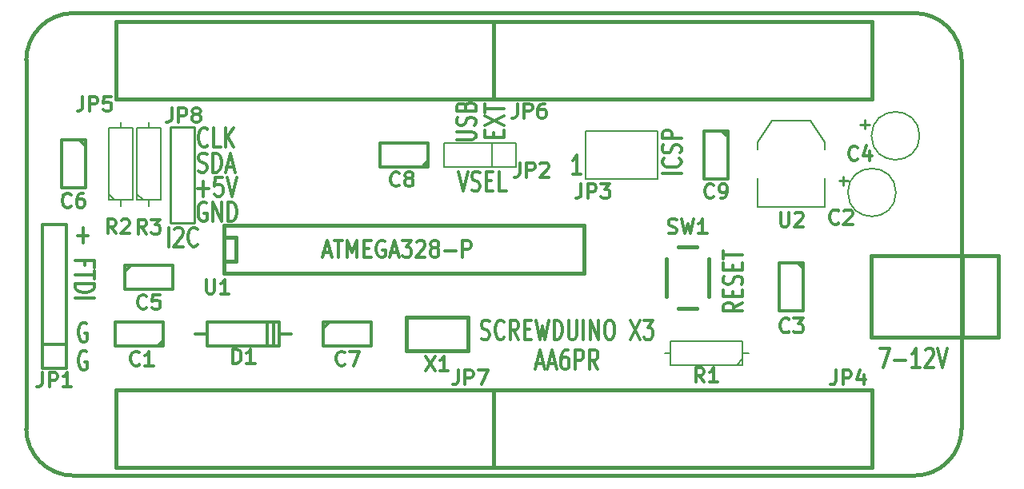
<source format=gto>
G04 (created by PCBNEW (2013-02-27 BZR 3976)-stable) date 15/04/2013 12:50:54*
%MOIN*%
G04 Gerber Fmt 3.4, Leading zero omitted, Abs format*
%FSLAX34Y34*%
G01*
G70*
G90*
G04 APERTURE LIST*
%ADD10C,3.14961e-006*%
%ADD11C,0.012*%
%ADD12C,0.015*%
%ADD13C,0.005*%
%ADD14C,0.008*%
%ADD15C,0.01*%
%ADD16C,0.006*%
%ADD17C,0.0125*%
G04 APERTURE END LIST*
G54D10*
G54D11*
X36895Y-41764D02*
X36895Y-41564D01*
X36476Y-41564D02*
X37276Y-41564D01*
X37276Y-41850D01*
X37276Y-41992D02*
X37276Y-42335D01*
X36476Y-42164D02*
X37276Y-42164D01*
X36476Y-42535D02*
X37276Y-42535D01*
X37276Y-42678D01*
X37238Y-42764D01*
X37161Y-42821D01*
X37085Y-42850D01*
X36933Y-42878D01*
X36819Y-42878D01*
X36666Y-42850D01*
X36590Y-42821D01*
X36514Y-42764D01*
X36476Y-42678D01*
X36476Y-42535D01*
X36476Y-43135D02*
X37276Y-43135D01*
X69999Y-45223D02*
X70399Y-45223D01*
X70142Y-46023D01*
X70628Y-45719D02*
X71085Y-45719D01*
X71685Y-46023D02*
X71342Y-46023D01*
X71514Y-46023D02*
X71514Y-45223D01*
X71457Y-45338D01*
X71400Y-45414D01*
X71342Y-45452D01*
X71914Y-45300D02*
X71942Y-45261D01*
X72000Y-45223D01*
X72142Y-45223D01*
X72200Y-45261D01*
X72228Y-45300D01*
X72257Y-45376D01*
X72257Y-45452D01*
X72228Y-45566D01*
X71885Y-46023D01*
X72257Y-46023D01*
X72428Y-45223D02*
X72628Y-46023D01*
X72828Y-45223D01*
X40364Y-40973D02*
X40364Y-40173D01*
X40621Y-40250D02*
X40650Y-40211D01*
X40707Y-40173D01*
X40850Y-40173D01*
X40907Y-40211D01*
X40935Y-40250D01*
X40964Y-40326D01*
X40964Y-40402D01*
X40935Y-40516D01*
X40592Y-40973D01*
X40964Y-40973D01*
X41564Y-40897D02*
X41535Y-40935D01*
X41450Y-40973D01*
X41392Y-40973D01*
X41307Y-40935D01*
X41250Y-40859D01*
X41221Y-40783D01*
X41192Y-40630D01*
X41192Y-40516D01*
X41221Y-40364D01*
X41250Y-40288D01*
X41307Y-40211D01*
X41392Y-40173D01*
X41450Y-40173D01*
X41535Y-40211D01*
X41564Y-40250D01*
X57543Y-37957D02*
X57200Y-37957D01*
X57371Y-37957D02*
X57371Y-37157D01*
X57314Y-37271D01*
X57257Y-37348D01*
X57200Y-37386D01*
X53929Y-36406D02*
X53929Y-36206D01*
X54349Y-36120D02*
X54349Y-36406D01*
X53549Y-36406D01*
X53549Y-36120D01*
X53549Y-35920D02*
X54349Y-35520D01*
X53549Y-35520D02*
X54349Y-35920D01*
X53549Y-35378D02*
X53549Y-35035D01*
X54349Y-35206D02*
X53549Y-35206D01*
X52367Y-36520D02*
X53015Y-36520D01*
X53091Y-36492D01*
X53129Y-36463D01*
X53167Y-36406D01*
X53167Y-36292D01*
X53129Y-36235D01*
X53091Y-36206D01*
X53015Y-36178D01*
X52367Y-36178D01*
X53129Y-35920D02*
X53167Y-35835D01*
X53167Y-35692D01*
X53129Y-35635D01*
X53091Y-35606D01*
X53015Y-35578D01*
X52939Y-35578D01*
X52863Y-35606D01*
X52825Y-35635D01*
X52786Y-35692D01*
X52748Y-35806D01*
X52710Y-35863D01*
X52672Y-35892D01*
X52596Y-35920D01*
X52520Y-35920D01*
X52444Y-35892D01*
X52405Y-35863D01*
X52367Y-35806D01*
X52367Y-35663D01*
X52405Y-35578D01*
X52748Y-35120D02*
X52786Y-35035D01*
X52825Y-35006D01*
X52901Y-34978D01*
X53015Y-34978D01*
X53091Y-35006D01*
X53129Y-35035D01*
X53167Y-35092D01*
X53167Y-35320D01*
X52367Y-35320D01*
X52367Y-35120D01*
X52405Y-35063D01*
X52444Y-35035D01*
X52520Y-35006D01*
X52596Y-35006D01*
X52672Y-35035D01*
X52710Y-35063D01*
X52748Y-35120D01*
X52748Y-35320D01*
X52434Y-37846D02*
X52634Y-38646D01*
X52834Y-37846D01*
X53006Y-38608D02*
X53091Y-38646D01*
X53234Y-38646D01*
X53291Y-38608D01*
X53320Y-38570D01*
X53348Y-38494D01*
X53348Y-38418D01*
X53320Y-38341D01*
X53291Y-38303D01*
X53234Y-38265D01*
X53120Y-38227D01*
X53063Y-38189D01*
X53034Y-38151D01*
X53006Y-38075D01*
X53006Y-37999D01*
X53034Y-37922D01*
X53063Y-37884D01*
X53120Y-37846D01*
X53263Y-37846D01*
X53348Y-37884D01*
X53606Y-38227D02*
X53806Y-38227D01*
X53891Y-38646D02*
X53606Y-38646D01*
X53606Y-37846D01*
X53891Y-37846D01*
X54434Y-38646D02*
X54148Y-38646D01*
X54148Y-37846D01*
X64289Y-43328D02*
X63908Y-43528D01*
X64289Y-43670D02*
X63489Y-43670D01*
X63489Y-43442D01*
X63528Y-43385D01*
X63566Y-43356D01*
X63642Y-43328D01*
X63756Y-43328D01*
X63832Y-43356D01*
X63870Y-43385D01*
X63908Y-43442D01*
X63908Y-43670D01*
X63870Y-43070D02*
X63870Y-42870D01*
X64289Y-42785D02*
X64289Y-43070D01*
X63489Y-43070D01*
X63489Y-42785D01*
X64251Y-42556D02*
X64289Y-42470D01*
X64289Y-42328D01*
X64251Y-42270D01*
X64213Y-42242D01*
X64137Y-42213D01*
X64061Y-42213D01*
X63985Y-42242D01*
X63947Y-42270D01*
X63908Y-42328D01*
X63870Y-42442D01*
X63832Y-42499D01*
X63794Y-42528D01*
X63718Y-42556D01*
X63642Y-42556D01*
X63566Y-42528D01*
X63528Y-42499D01*
X63489Y-42442D01*
X63489Y-42299D01*
X63528Y-42213D01*
X63870Y-41956D02*
X63870Y-41756D01*
X64289Y-41670D02*
X64289Y-41956D01*
X63489Y-41956D01*
X63489Y-41670D01*
X63489Y-41499D02*
X63489Y-41156D01*
X64289Y-41328D02*
X63489Y-41328D01*
X53406Y-44809D02*
X53492Y-44847D01*
X53635Y-44847D01*
X53692Y-44809D01*
X53720Y-44771D01*
X53749Y-44695D01*
X53749Y-44618D01*
X53720Y-44542D01*
X53692Y-44504D01*
X53635Y-44466D01*
X53520Y-44428D01*
X53463Y-44390D01*
X53435Y-44352D01*
X53406Y-44276D01*
X53406Y-44199D01*
X53435Y-44123D01*
X53463Y-44085D01*
X53520Y-44047D01*
X53663Y-44047D01*
X53749Y-44085D01*
X54349Y-44771D02*
X54320Y-44809D01*
X54235Y-44847D01*
X54177Y-44847D01*
X54092Y-44809D01*
X54035Y-44733D01*
X54006Y-44656D01*
X53977Y-44504D01*
X53977Y-44390D01*
X54006Y-44237D01*
X54035Y-44161D01*
X54092Y-44085D01*
X54177Y-44047D01*
X54235Y-44047D01*
X54320Y-44085D01*
X54349Y-44123D01*
X54949Y-44847D02*
X54749Y-44466D01*
X54606Y-44847D02*
X54606Y-44047D01*
X54835Y-44047D01*
X54892Y-44085D01*
X54920Y-44123D01*
X54949Y-44199D01*
X54949Y-44314D01*
X54920Y-44390D01*
X54892Y-44428D01*
X54835Y-44466D01*
X54606Y-44466D01*
X55206Y-44428D02*
X55406Y-44428D01*
X55492Y-44847D02*
X55206Y-44847D01*
X55206Y-44047D01*
X55492Y-44047D01*
X55692Y-44047D02*
X55835Y-44847D01*
X55949Y-44276D01*
X56063Y-44847D01*
X56206Y-44047D01*
X56435Y-44847D02*
X56435Y-44047D01*
X56577Y-44047D01*
X56663Y-44085D01*
X56720Y-44161D01*
X56749Y-44237D01*
X56777Y-44390D01*
X56777Y-44504D01*
X56749Y-44656D01*
X56720Y-44733D01*
X56663Y-44809D01*
X56577Y-44847D01*
X56435Y-44847D01*
X57035Y-44047D02*
X57035Y-44695D01*
X57063Y-44771D01*
X57092Y-44809D01*
X57149Y-44847D01*
X57263Y-44847D01*
X57320Y-44809D01*
X57349Y-44771D01*
X57377Y-44695D01*
X57377Y-44047D01*
X57663Y-44847D02*
X57663Y-44047D01*
X57949Y-44847D02*
X57949Y-44047D01*
X58292Y-44847D01*
X58292Y-44047D01*
X58692Y-44047D02*
X58806Y-44047D01*
X58863Y-44085D01*
X58920Y-44161D01*
X58949Y-44314D01*
X58949Y-44580D01*
X58920Y-44733D01*
X58863Y-44809D01*
X58806Y-44847D01*
X58692Y-44847D01*
X58635Y-44809D01*
X58577Y-44733D01*
X58549Y-44580D01*
X58549Y-44314D01*
X58577Y-44161D01*
X58635Y-44085D01*
X58692Y-44047D01*
X59606Y-44047D02*
X60006Y-44847D01*
X60006Y-44047D02*
X59606Y-44847D01*
X60177Y-44047D02*
X60549Y-44047D01*
X60349Y-44352D01*
X60435Y-44352D01*
X60492Y-44390D01*
X60520Y-44428D01*
X60549Y-44504D01*
X60549Y-44695D01*
X60520Y-44771D01*
X60492Y-44809D01*
X60435Y-44847D01*
X60263Y-44847D01*
X60206Y-44809D01*
X60177Y-44771D01*
X55692Y-45858D02*
X55977Y-45858D01*
X55635Y-46087D02*
X55835Y-45287D01*
X56035Y-46087D01*
X56206Y-45858D02*
X56492Y-45858D01*
X56149Y-46087D02*
X56349Y-45287D01*
X56549Y-46087D01*
X57006Y-45287D02*
X56892Y-45287D01*
X56835Y-45325D01*
X56806Y-45363D01*
X56749Y-45477D01*
X56720Y-45630D01*
X56720Y-45935D01*
X56749Y-46011D01*
X56777Y-46049D01*
X56835Y-46087D01*
X56949Y-46087D01*
X57006Y-46049D01*
X57035Y-46011D01*
X57063Y-45935D01*
X57063Y-45744D01*
X57035Y-45668D01*
X57006Y-45630D01*
X56949Y-45592D01*
X56835Y-45592D01*
X56777Y-45630D01*
X56749Y-45668D01*
X56720Y-45744D01*
X57320Y-46087D02*
X57320Y-45287D01*
X57549Y-45287D01*
X57606Y-45325D01*
X57635Y-45363D01*
X57663Y-45439D01*
X57663Y-45554D01*
X57635Y-45630D01*
X57606Y-45668D01*
X57549Y-45706D01*
X57320Y-45706D01*
X58263Y-46087D02*
X58063Y-45706D01*
X57920Y-46087D02*
X57920Y-45287D01*
X58149Y-45287D01*
X58206Y-45325D01*
X58235Y-45363D01*
X58263Y-45439D01*
X58263Y-45554D01*
X58235Y-45630D01*
X58206Y-45668D01*
X58149Y-45706D01*
X57920Y-45706D01*
G54D12*
X36407Y-31236D02*
X71446Y-31236D01*
X34438Y-48559D02*
X34438Y-33204D01*
X71446Y-50527D02*
X36407Y-50527D01*
X73414Y-33204D02*
X73414Y-48559D01*
X34438Y-48559D02*
G75*
G03X36407Y-50527I1968J0D01*
G74*
G01*
X71446Y-50527D02*
G75*
G03X73414Y-48559I0J1968D01*
G74*
G01*
X73414Y-33204D02*
G75*
G03X71446Y-31236I-1968J0D01*
G74*
G01*
X36407Y-31236D02*
G75*
G03X34438Y-33204I0J-1968D01*
G74*
G01*
G54D11*
X36572Y-40507D02*
X37029Y-40507D01*
X36800Y-40811D02*
X36800Y-40202D01*
X36957Y-44183D02*
X36900Y-44145D01*
X36815Y-44145D01*
X36729Y-44183D01*
X36672Y-44260D01*
X36643Y-44336D01*
X36615Y-44488D01*
X36615Y-44602D01*
X36643Y-44755D01*
X36672Y-44831D01*
X36729Y-44907D01*
X36815Y-44945D01*
X36872Y-44945D01*
X36957Y-44907D01*
X36986Y-44869D01*
X36986Y-44602D01*
X36872Y-44602D01*
X36957Y-45365D02*
X36900Y-45326D01*
X36815Y-45326D01*
X36729Y-45365D01*
X36672Y-45441D01*
X36643Y-45517D01*
X36615Y-45669D01*
X36615Y-45784D01*
X36643Y-45936D01*
X36672Y-46012D01*
X36729Y-46088D01*
X36815Y-46126D01*
X36872Y-46126D01*
X36957Y-46088D01*
X36986Y-46050D01*
X36986Y-45784D01*
X36872Y-45784D01*
X41992Y-36747D02*
X41964Y-36785D01*
X41878Y-36823D01*
X41821Y-36823D01*
X41735Y-36785D01*
X41678Y-36709D01*
X41650Y-36633D01*
X41621Y-36480D01*
X41621Y-36366D01*
X41650Y-36214D01*
X41678Y-36138D01*
X41735Y-36061D01*
X41821Y-36023D01*
X41878Y-36023D01*
X41964Y-36061D01*
X41992Y-36100D01*
X42535Y-36823D02*
X42250Y-36823D01*
X42250Y-36023D01*
X42735Y-36823D02*
X42735Y-36023D01*
X43078Y-36823D02*
X42821Y-36366D01*
X43078Y-36023D02*
X42735Y-36480D01*
X41621Y-37835D02*
X41707Y-37873D01*
X41850Y-37873D01*
X41907Y-37835D01*
X41935Y-37797D01*
X41964Y-37721D01*
X41964Y-37645D01*
X41935Y-37569D01*
X41907Y-37530D01*
X41850Y-37492D01*
X41735Y-37454D01*
X41678Y-37416D01*
X41650Y-37378D01*
X41621Y-37302D01*
X41621Y-37226D01*
X41650Y-37150D01*
X41678Y-37111D01*
X41735Y-37073D01*
X41878Y-37073D01*
X41964Y-37111D01*
X42221Y-37873D02*
X42221Y-37073D01*
X42364Y-37073D01*
X42450Y-37111D01*
X42507Y-37188D01*
X42535Y-37264D01*
X42564Y-37416D01*
X42564Y-37530D01*
X42535Y-37683D01*
X42507Y-37759D01*
X42450Y-37835D01*
X42364Y-37873D01*
X42221Y-37873D01*
X42792Y-37645D02*
X43078Y-37645D01*
X42735Y-37873D02*
X42935Y-37073D01*
X43135Y-37873D01*
X41578Y-38569D02*
X42035Y-38569D01*
X41807Y-38873D02*
X41807Y-38264D01*
X42607Y-38073D02*
X42321Y-38073D01*
X42292Y-38454D01*
X42321Y-38416D01*
X42378Y-38378D01*
X42521Y-38378D01*
X42578Y-38416D01*
X42607Y-38454D01*
X42635Y-38530D01*
X42635Y-38721D01*
X42607Y-38797D01*
X42578Y-38835D01*
X42521Y-38873D01*
X42378Y-38873D01*
X42321Y-38835D01*
X42292Y-38797D01*
X42807Y-38073D02*
X43007Y-38873D01*
X43207Y-38073D01*
X41942Y-39161D02*
X41885Y-39123D01*
X41800Y-39123D01*
X41714Y-39161D01*
X41657Y-39238D01*
X41628Y-39314D01*
X41600Y-39466D01*
X41600Y-39580D01*
X41628Y-39733D01*
X41657Y-39809D01*
X41714Y-39885D01*
X41800Y-39923D01*
X41857Y-39923D01*
X41942Y-39885D01*
X41971Y-39847D01*
X41971Y-39580D01*
X41857Y-39580D01*
X42228Y-39923D02*
X42228Y-39123D01*
X42571Y-39923D01*
X42571Y-39123D01*
X42857Y-39923D02*
X42857Y-39123D01*
X43000Y-39123D01*
X43085Y-39161D01*
X43142Y-39238D01*
X43171Y-39314D01*
X43200Y-39466D01*
X43200Y-39580D01*
X43171Y-39733D01*
X43142Y-39809D01*
X43085Y-39885D01*
X43000Y-39923D01*
X42857Y-39923D01*
X61730Y-37929D02*
X60930Y-37929D01*
X61654Y-37300D02*
X61692Y-37329D01*
X61730Y-37414D01*
X61730Y-37471D01*
X61692Y-37557D01*
X61616Y-37614D01*
X61540Y-37643D01*
X61388Y-37671D01*
X61273Y-37671D01*
X61121Y-37643D01*
X61045Y-37614D01*
X60968Y-37557D01*
X60930Y-37471D01*
X60930Y-37414D01*
X60968Y-37329D01*
X61007Y-37300D01*
X61692Y-37071D02*
X61730Y-36986D01*
X61730Y-36843D01*
X61692Y-36786D01*
X61654Y-36757D01*
X61578Y-36729D01*
X61502Y-36729D01*
X61426Y-36757D01*
X61388Y-36786D01*
X61349Y-36843D01*
X61311Y-36957D01*
X61273Y-37014D01*
X61235Y-37043D01*
X61159Y-37071D01*
X61083Y-37071D01*
X61007Y-37043D01*
X60968Y-37014D01*
X60930Y-36957D01*
X60930Y-36814D01*
X60968Y-36729D01*
X61730Y-36471D02*
X60930Y-36471D01*
X60930Y-36243D01*
X60968Y-36186D01*
X61007Y-36157D01*
X61083Y-36129D01*
X61197Y-36129D01*
X61273Y-36157D01*
X61311Y-36186D01*
X61349Y-36243D01*
X61349Y-36471D01*
X41993Y-44122D02*
X44993Y-44122D01*
X44993Y-44122D02*
X44993Y-45122D01*
X44993Y-45122D02*
X41993Y-45122D01*
X41993Y-45122D02*
X41993Y-44122D01*
X44743Y-44122D02*
X44743Y-45122D01*
X44493Y-45122D02*
X44493Y-44122D01*
X41993Y-44622D02*
X41493Y-44622D01*
X44993Y-44622D02*
X45493Y-44622D01*
G54D12*
X42686Y-40078D02*
X57686Y-40078D01*
X57686Y-40078D02*
X57686Y-42078D01*
X57686Y-42078D02*
X42686Y-42078D01*
X42686Y-42078D02*
X42686Y-40078D01*
X42686Y-40578D02*
X43186Y-40578D01*
X43186Y-40578D02*
X43186Y-41578D01*
X43186Y-41578D02*
X42686Y-41578D01*
G54D13*
X39306Y-39035D02*
X40056Y-39035D01*
X40056Y-39035D02*
X40056Y-36035D01*
X40056Y-36035D02*
X39056Y-36035D01*
X39056Y-36035D02*
X39056Y-39035D01*
X39056Y-39035D02*
X39306Y-39035D01*
X39556Y-39285D02*
X39556Y-39035D01*
X39556Y-36035D02*
X39556Y-35785D01*
X39306Y-39035D02*
X39056Y-38785D01*
X38125Y-39035D02*
X38875Y-39035D01*
X38875Y-39035D02*
X38875Y-36035D01*
X38875Y-36035D02*
X37875Y-36035D01*
X37875Y-36035D02*
X37875Y-39035D01*
X37875Y-39035D02*
X38125Y-39035D01*
X38375Y-39285D02*
X38375Y-39035D01*
X38375Y-36035D02*
X38375Y-35785D01*
X38125Y-39035D02*
X37875Y-38785D01*
X64285Y-45659D02*
X64285Y-44909D01*
X64285Y-44909D02*
X61285Y-44909D01*
X61285Y-44909D02*
X61285Y-45909D01*
X61285Y-45909D02*
X64285Y-45909D01*
X64285Y-45909D02*
X64285Y-45659D01*
X64535Y-45409D02*
X64285Y-45409D01*
X61285Y-45409D02*
X61035Y-45409D01*
X64285Y-45659D02*
X64035Y-45909D01*
G54D14*
X64928Y-38135D02*
X64928Y-39335D01*
X64928Y-39335D02*
X67728Y-39335D01*
X67728Y-39335D02*
X67728Y-38135D01*
X64928Y-36935D02*
X64928Y-36635D01*
X64928Y-36635D02*
X65528Y-35735D01*
X65528Y-35735D02*
X67128Y-35735D01*
X67128Y-35735D02*
X67728Y-36635D01*
X67728Y-36635D02*
X67728Y-36935D01*
X60741Y-38141D02*
X57741Y-38141D01*
X57741Y-36141D02*
X60741Y-36141D01*
X60741Y-36141D02*
X60741Y-38141D01*
X57741Y-38141D02*
X57741Y-36141D01*
G54D13*
X71660Y-36354D02*
G75*
G03X71660Y-36354I-1001J0D01*
G74*
G01*
X70676Y-38716D02*
G75*
G03X70676Y-38716I-1001J0D01*
G74*
G01*
G54D11*
X63678Y-36161D02*
X63678Y-38141D01*
X63678Y-38141D02*
X62678Y-38141D01*
X62678Y-38141D02*
X62678Y-36141D01*
X62678Y-36141D02*
X63678Y-36141D01*
X63428Y-36141D02*
X63678Y-36391D01*
X51166Y-37641D02*
X49186Y-37641D01*
X49186Y-37641D02*
X49186Y-36641D01*
X49186Y-36641D02*
X51186Y-36641D01*
X51186Y-36641D02*
X51186Y-37641D01*
X51186Y-37391D02*
X50936Y-37641D01*
X40142Y-45122D02*
X38162Y-45122D01*
X38162Y-45122D02*
X38162Y-44122D01*
X38162Y-44122D02*
X40162Y-44122D01*
X40162Y-44122D02*
X40162Y-45122D01*
X40162Y-44872D02*
X39912Y-45122D01*
X46844Y-44122D02*
X48824Y-44122D01*
X48824Y-44122D02*
X48824Y-45122D01*
X48824Y-45122D02*
X46824Y-45122D01*
X46824Y-45122D02*
X46824Y-44122D01*
X46824Y-44372D02*
X47074Y-44122D01*
X36907Y-36555D02*
X36907Y-38535D01*
X36907Y-38535D02*
X35907Y-38535D01*
X35907Y-38535D02*
X35907Y-36535D01*
X35907Y-36535D02*
X36907Y-36535D01*
X36657Y-36535D02*
X36907Y-36785D01*
X38576Y-41759D02*
X40556Y-41759D01*
X40556Y-41759D02*
X40556Y-42759D01*
X40556Y-42759D02*
X38556Y-42759D01*
X38556Y-42759D02*
X38556Y-41759D01*
X38556Y-42009D02*
X38806Y-41759D01*
X66828Y-41673D02*
X66828Y-43653D01*
X66828Y-43653D02*
X65828Y-43653D01*
X65828Y-43653D02*
X65828Y-41653D01*
X65828Y-41653D02*
X66828Y-41653D01*
X66578Y-41653D02*
X66828Y-41903D01*
G54D12*
X53926Y-46945D02*
X53926Y-50173D01*
X53926Y-50173D02*
X38178Y-50173D01*
X38178Y-50173D02*
X38178Y-46945D01*
X38178Y-46945D02*
X53926Y-46945D01*
X53927Y-34818D02*
X53927Y-31590D01*
X53927Y-31590D02*
X69675Y-31590D01*
X69675Y-31590D02*
X69675Y-34818D01*
X69675Y-34818D02*
X53927Y-34818D01*
X38178Y-34818D02*
X38178Y-31590D01*
X38178Y-31590D02*
X53926Y-31590D01*
X53926Y-31590D02*
X53926Y-34818D01*
X53926Y-34818D02*
X38178Y-34818D01*
X69674Y-46945D02*
X69674Y-50173D01*
X69674Y-50173D02*
X53926Y-50173D01*
X53926Y-50173D02*
X53926Y-46945D01*
X53926Y-46945D02*
X69674Y-46945D01*
G54D11*
X36119Y-46047D02*
X35119Y-46047D01*
X35119Y-46047D02*
X35119Y-40047D01*
X35119Y-40047D02*
X36119Y-40047D01*
X36119Y-40047D02*
X36119Y-46047D01*
X36119Y-45047D02*
X35119Y-45047D01*
G54D15*
X40450Y-40000D02*
X40450Y-36000D01*
X41450Y-40000D02*
X41450Y-36000D01*
X41450Y-36000D02*
X40450Y-36000D01*
X40450Y-40000D02*
X41450Y-40000D01*
G54D12*
X61603Y-43539D02*
X62391Y-43539D01*
X62883Y-43046D02*
X62883Y-41472D01*
X61603Y-40979D02*
X62292Y-40979D01*
X62292Y-40979D02*
X62391Y-40979D01*
X61111Y-43046D02*
X61111Y-41472D01*
X52844Y-45311D02*
X50284Y-45311D01*
X50284Y-45311D02*
X50284Y-43933D01*
X50284Y-43933D02*
X52844Y-43933D01*
X52844Y-43933D02*
X52844Y-45311D01*
X74640Y-44747D02*
X74940Y-44747D01*
X74940Y-44747D02*
X74940Y-41347D01*
X74940Y-41347D02*
X74640Y-41347D01*
X73440Y-44747D02*
X73440Y-41347D01*
X69640Y-44747D02*
X69640Y-41347D01*
X74640Y-41347D02*
X69640Y-41347D01*
X74640Y-44747D02*
X69640Y-44747D01*
G54D16*
X54836Y-36641D02*
X54836Y-37641D01*
X54836Y-37641D02*
X51836Y-37641D01*
X51836Y-37641D02*
X51836Y-36641D01*
X51836Y-36641D02*
X54836Y-36641D01*
X53836Y-37641D02*
X53836Y-36641D01*
G54D11*
X43050Y-45849D02*
X43050Y-45249D01*
X43193Y-45249D01*
X43279Y-45277D01*
X43336Y-45334D01*
X43365Y-45392D01*
X43393Y-45506D01*
X43393Y-45592D01*
X43365Y-45706D01*
X43336Y-45763D01*
X43279Y-45820D01*
X43193Y-45849D01*
X43050Y-45849D01*
X43965Y-45849D02*
X43622Y-45849D01*
X43793Y-45849D02*
X43793Y-45249D01*
X43736Y-45334D01*
X43679Y-45392D01*
X43622Y-45420D01*
X41942Y-42342D02*
X41942Y-42828D01*
X41971Y-42885D01*
X42000Y-42914D01*
X42057Y-42942D01*
X42171Y-42942D01*
X42228Y-42914D01*
X42257Y-42885D01*
X42285Y-42828D01*
X42285Y-42342D01*
X42885Y-42942D02*
X42542Y-42942D01*
X42714Y-42942D02*
X42714Y-42342D01*
X42657Y-42428D01*
X42600Y-42485D01*
X42542Y-42514D01*
G54D17*
X46828Y-41233D02*
X47114Y-41233D01*
X46771Y-41433D02*
X46971Y-40733D01*
X47171Y-41433D01*
X47285Y-40733D02*
X47628Y-40733D01*
X47457Y-41433D02*
X47457Y-40733D01*
X47828Y-41433D02*
X47828Y-40733D01*
X48028Y-41233D01*
X48228Y-40733D01*
X48228Y-41433D01*
X48514Y-41066D02*
X48714Y-41066D01*
X48799Y-41433D02*
X48514Y-41433D01*
X48514Y-40733D01*
X48799Y-40733D01*
X49371Y-40766D02*
X49314Y-40733D01*
X49228Y-40733D01*
X49142Y-40766D01*
X49085Y-40833D01*
X49057Y-40900D01*
X49028Y-41033D01*
X49028Y-41133D01*
X49057Y-41266D01*
X49085Y-41333D01*
X49142Y-41400D01*
X49228Y-41433D01*
X49285Y-41433D01*
X49371Y-41400D01*
X49399Y-41366D01*
X49399Y-41133D01*
X49285Y-41133D01*
X49628Y-41233D02*
X49914Y-41233D01*
X49571Y-41433D02*
X49771Y-40733D01*
X49971Y-41433D01*
X50114Y-40733D02*
X50485Y-40733D01*
X50285Y-41000D01*
X50371Y-41000D01*
X50428Y-41033D01*
X50457Y-41066D01*
X50485Y-41133D01*
X50485Y-41300D01*
X50457Y-41366D01*
X50428Y-41400D01*
X50371Y-41433D01*
X50200Y-41433D01*
X50142Y-41400D01*
X50114Y-41366D01*
X50714Y-40800D02*
X50742Y-40766D01*
X50800Y-40733D01*
X50942Y-40733D01*
X51000Y-40766D01*
X51028Y-40800D01*
X51057Y-40866D01*
X51057Y-40933D01*
X51028Y-41033D01*
X50685Y-41433D01*
X51057Y-41433D01*
X51400Y-41033D02*
X51342Y-41000D01*
X51314Y-40966D01*
X51285Y-40900D01*
X51285Y-40866D01*
X51314Y-40800D01*
X51342Y-40766D01*
X51400Y-40733D01*
X51514Y-40733D01*
X51571Y-40766D01*
X51600Y-40800D01*
X51628Y-40866D01*
X51628Y-40900D01*
X51600Y-40966D01*
X51571Y-41000D01*
X51514Y-41033D01*
X51400Y-41033D01*
X51342Y-41066D01*
X51314Y-41100D01*
X51285Y-41166D01*
X51285Y-41300D01*
X51314Y-41366D01*
X51342Y-41400D01*
X51400Y-41433D01*
X51514Y-41433D01*
X51571Y-41400D01*
X51600Y-41366D01*
X51628Y-41300D01*
X51628Y-41166D01*
X51600Y-41100D01*
X51571Y-41066D01*
X51514Y-41033D01*
X51885Y-41166D02*
X52342Y-41166D01*
X52628Y-41433D02*
X52628Y-40733D01*
X52857Y-40733D01*
X52914Y-40766D01*
X52942Y-40800D01*
X52971Y-40866D01*
X52971Y-40966D01*
X52942Y-41033D01*
X52914Y-41066D01*
X52857Y-41100D01*
X52628Y-41100D01*
G54D11*
X39450Y-40442D02*
X39250Y-40157D01*
X39107Y-40442D02*
X39107Y-39842D01*
X39335Y-39842D01*
X39392Y-39871D01*
X39421Y-39900D01*
X39450Y-39957D01*
X39450Y-40042D01*
X39421Y-40100D01*
X39392Y-40128D01*
X39335Y-40157D01*
X39107Y-40157D01*
X39650Y-39842D02*
X40021Y-39842D01*
X39821Y-40071D01*
X39907Y-40071D01*
X39964Y-40100D01*
X39992Y-40128D01*
X40021Y-40185D01*
X40021Y-40328D01*
X39992Y-40385D01*
X39964Y-40414D01*
X39907Y-40442D01*
X39735Y-40442D01*
X39678Y-40414D01*
X39650Y-40385D01*
X38177Y-40435D02*
X37977Y-40150D01*
X37834Y-40435D02*
X37834Y-39835D01*
X38062Y-39835D01*
X38120Y-39864D01*
X38148Y-39892D01*
X38177Y-39950D01*
X38177Y-40035D01*
X38148Y-40092D01*
X38120Y-40121D01*
X38062Y-40150D01*
X37834Y-40150D01*
X38405Y-39892D02*
X38434Y-39864D01*
X38491Y-39835D01*
X38634Y-39835D01*
X38691Y-39864D01*
X38720Y-39892D01*
X38748Y-39950D01*
X38748Y-40007D01*
X38720Y-40092D01*
X38377Y-40435D01*
X38748Y-40435D01*
X62685Y-46636D02*
X62485Y-46350D01*
X62342Y-46636D02*
X62342Y-46036D01*
X62570Y-46036D01*
X62627Y-46065D01*
X62656Y-46093D01*
X62685Y-46150D01*
X62685Y-46236D01*
X62656Y-46293D01*
X62627Y-46322D01*
X62570Y-46350D01*
X62342Y-46350D01*
X63256Y-46636D02*
X62913Y-46636D01*
X63085Y-46636D02*
X63085Y-46036D01*
X63027Y-46122D01*
X62970Y-46179D01*
X62913Y-46207D01*
X65871Y-39540D02*
X65871Y-40026D01*
X65899Y-40083D01*
X65928Y-40111D01*
X65985Y-40140D01*
X66099Y-40140D01*
X66156Y-40111D01*
X66185Y-40083D01*
X66214Y-40026D01*
X66214Y-39540D01*
X66471Y-39597D02*
X66499Y-39569D01*
X66556Y-39540D01*
X66699Y-39540D01*
X66756Y-39569D01*
X66785Y-39597D01*
X66814Y-39654D01*
X66814Y-39711D01*
X66785Y-39797D01*
X66442Y-40140D01*
X66814Y-40140D01*
X57560Y-38359D02*
X57560Y-38787D01*
X57532Y-38873D01*
X57474Y-38930D01*
X57389Y-38959D01*
X57332Y-38959D01*
X57846Y-38959D02*
X57846Y-38359D01*
X58074Y-38359D01*
X58132Y-38387D01*
X58160Y-38416D01*
X58189Y-38473D01*
X58189Y-38559D01*
X58160Y-38616D01*
X58132Y-38645D01*
X58074Y-38673D01*
X57846Y-38673D01*
X58389Y-38359D02*
X58760Y-38359D01*
X58560Y-38587D01*
X58646Y-38587D01*
X58703Y-38616D01*
X58732Y-38645D01*
X58760Y-38702D01*
X58760Y-38845D01*
X58732Y-38902D01*
X58703Y-38930D01*
X58646Y-38959D01*
X58474Y-38959D01*
X58417Y-38930D01*
X58389Y-38902D01*
X69082Y-37327D02*
X69054Y-37356D01*
X68968Y-37384D01*
X68911Y-37384D01*
X68825Y-37356D01*
X68768Y-37298D01*
X68739Y-37241D01*
X68711Y-37127D01*
X68711Y-37041D01*
X68739Y-36927D01*
X68768Y-36870D01*
X68825Y-36813D01*
X68911Y-36784D01*
X68968Y-36784D01*
X69054Y-36813D01*
X69082Y-36841D01*
X69596Y-36984D02*
X69596Y-37384D01*
X69454Y-36756D02*
X69311Y-37184D01*
X69682Y-37184D01*
G54D15*
X69189Y-35874D02*
X69570Y-35874D01*
X69379Y-36064D02*
X69379Y-35683D01*
G54D11*
X68295Y-39984D02*
X68266Y-40013D01*
X68180Y-40042D01*
X68123Y-40042D01*
X68038Y-40013D01*
X67980Y-39956D01*
X67952Y-39899D01*
X67923Y-39784D01*
X67923Y-39699D01*
X67952Y-39584D01*
X67980Y-39527D01*
X68038Y-39470D01*
X68123Y-39442D01*
X68180Y-39442D01*
X68266Y-39470D01*
X68295Y-39499D01*
X68523Y-39499D02*
X68552Y-39470D01*
X68609Y-39442D01*
X68752Y-39442D01*
X68809Y-39470D01*
X68838Y-39499D01*
X68866Y-39556D01*
X68866Y-39613D01*
X68838Y-39699D01*
X68495Y-40042D01*
X68866Y-40042D01*
G54D15*
X68303Y-38236D02*
X68684Y-38236D01*
X68493Y-38426D02*
X68493Y-38045D01*
G54D11*
X63078Y-38902D02*
X63050Y-38930D01*
X62964Y-38959D01*
X62907Y-38959D01*
X62821Y-38930D01*
X62764Y-38873D01*
X62735Y-38816D01*
X62707Y-38702D01*
X62707Y-38616D01*
X62735Y-38502D01*
X62764Y-38445D01*
X62821Y-38387D01*
X62907Y-38359D01*
X62964Y-38359D01*
X63050Y-38387D01*
X63078Y-38416D01*
X63364Y-38959D02*
X63478Y-38959D01*
X63535Y-38930D01*
X63564Y-38902D01*
X63621Y-38816D01*
X63650Y-38702D01*
X63650Y-38473D01*
X63621Y-38416D01*
X63593Y-38387D01*
X63535Y-38359D01*
X63421Y-38359D01*
X63364Y-38387D01*
X63335Y-38416D01*
X63307Y-38473D01*
X63307Y-38616D01*
X63335Y-38673D01*
X63364Y-38702D01*
X63421Y-38730D01*
X63535Y-38730D01*
X63593Y-38702D01*
X63621Y-38673D01*
X63650Y-38616D01*
X49988Y-38410D02*
X49959Y-38438D01*
X49873Y-38467D01*
X49816Y-38467D01*
X49731Y-38438D01*
X49673Y-38381D01*
X49645Y-38324D01*
X49616Y-38210D01*
X49616Y-38124D01*
X49645Y-38010D01*
X49673Y-37952D01*
X49731Y-37895D01*
X49816Y-37867D01*
X49873Y-37867D01*
X49959Y-37895D01*
X49988Y-37924D01*
X50331Y-38124D02*
X50273Y-38095D01*
X50245Y-38067D01*
X50216Y-38010D01*
X50216Y-37981D01*
X50245Y-37924D01*
X50273Y-37895D01*
X50331Y-37867D01*
X50445Y-37867D01*
X50502Y-37895D01*
X50531Y-37924D01*
X50559Y-37981D01*
X50559Y-38010D01*
X50531Y-38067D01*
X50502Y-38095D01*
X50445Y-38124D01*
X50331Y-38124D01*
X50273Y-38152D01*
X50245Y-38181D01*
X50216Y-38238D01*
X50216Y-38352D01*
X50245Y-38410D01*
X50273Y-38438D01*
X50331Y-38467D01*
X50445Y-38467D01*
X50502Y-38438D01*
X50531Y-38410D01*
X50559Y-38352D01*
X50559Y-38238D01*
X50531Y-38181D01*
X50502Y-38152D01*
X50445Y-38124D01*
X39161Y-45890D02*
X39132Y-45919D01*
X39047Y-45947D01*
X38989Y-45947D01*
X38904Y-45919D01*
X38847Y-45861D01*
X38818Y-45804D01*
X38789Y-45690D01*
X38789Y-45604D01*
X38818Y-45490D01*
X38847Y-45433D01*
X38904Y-45376D01*
X38989Y-45347D01*
X39047Y-45347D01*
X39132Y-45376D01*
X39161Y-45404D01*
X39732Y-45947D02*
X39389Y-45947D01*
X39561Y-45947D02*
X39561Y-45347D01*
X39504Y-45433D01*
X39447Y-45490D01*
X39389Y-45519D01*
X47724Y-45890D02*
X47695Y-45919D01*
X47610Y-45947D01*
X47552Y-45947D01*
X47467Y-45919D01*
X47410Y-45861D01*
X47381Y-45804D01*
X47352Y-45690D01*
X47352Y-45604D01*
X47381Y-45490D01*
X47410Y-45433D01*
X47467Y-45376D01*
X47552Y-45347D01*
X47610Y-45347D01*
X47695Y-45376D01*
X47724Y-45404D01*
X47924Y-45347D02*
X48324Y-45347D01*
X48067Y-45947D01*
X36307Y-39295D02*
X36278Y-39324D01*
X36192Y-39353D01*
X36135Y-39353D01*
X36049Y-39324D01*
X35992Y-39267D01*
X35964Y-39210D01*
X35935Y-39095D01*
X35935Y-39010D01*
X35964Y-38895D01*
X35992Y-38838D01*
X36049Y-38781D01*
X36135Y-38753D01*
X36192Y-38753D01*
X36278Y-38781D01*
X36307Y-38810D01*
X36821Y-38753D02*
X36707Y-38753D01*
X36649Y-38781D01*
X36621Y-38810D01*
X36564Y-38895D01*
X36535Y-39010D01*
X36535Y-39238D01*
X36564Y-39295D01*
X36592Y-39324D01*
X36649Y-39353D01*
X36764Y-39353D01*
X36821Y-39324D01*
X36849Y-39295D01*
X36878Y-39238D01*
X36878Y-39095D01*
X36849Y-39038D01*
X36821Y-39010D01*
X36764Y-38981D01*
X36649Y-38981D01*
X36592Y-39010D01*
X36564Y-39038D01*
X36535Y-39095D01*
X39456Y-43528D02*
X39428Y-43556D01*
X39342Y-43585D01*
X39285Y-43585D01*
X39199Y-43556D01*
X39142Y-43499D01*
X39113Y-43442D01*
X39085Y-43328D01*
X39085Y-43242D01*
X39113Y-43128D01*
X39142Y-43071D01*
X39199Y-43013D01*
X39285Y-42985D01*
X39342Y-42985D01*
X39428Y-43013D01*
X39456Y-43042D01*
X39999Y-42985D02*
X39713Y-42985D01*
X39685Y-43271D01*
X39713Y-43242D01*
X39770Y-43213D01*
X39913Y-43213D01*
X39970Y-43242D01*
X39999Y-43271D01*
X40028Y-43328D01*
X40028Y-43471D01*
X39999Y-43528D01*
X39970Y-43556D01*
X39913Y-43585D01*
X39770Y-43585D01*
X39713Y-43556D01*
X39685Y-43528D01*
X66228Y-44512D02*
X66199Y-44541D01*
X66114Y-44569D01*
X66056Y-44569D01*
X65971Y-44541D01*
X65914Y-44483D01*
X65885Y-44426D01*
X65856Y-44312D01*
X65856Y-44226D01*
X65885Y-44112D01*
X65914Y-44055D01*
X65971Y-43998D01*
X66056Y-43969D01*
X66114Y-43969D01*
X66199Y-43998D01*
X66228Y-44026D01*
X66428Y-43969D02*
X66799Y-43969D01*
X66599Y-44198D01*
X66685Y-44198D01*
X66742Y-44226D01*
X66771Y-44255D01*
X66799Y-44312D01*
X66799Y-44455D01*
X66771Y-44512D01*
X66742Y-44541D01*
X66685Y-44569D01*
X66514Y-44569D01*
X66456Y-44541D01*
X66428Y-44512D01*
X52442Y-46134D02*
X52442Y-46563D01*
X52413Y-46649D01*
X52356Y-46706D01*
X52271Y-46734D01*
X52213Y-46734D01*
X52728Y-46734D02*
X52728Y-46134D01*
X52956Y-46134D01*
X53013Y-46163D01*
X53042Y-46192D01*
X53071Y-46249D01*
X53071Y-46334D01*
X53042Y-46392D01*
X53013Y-46420D01*
X52956Y-46449D01*
X52728Y-46449D01*
X53271Y-46134D02*
X53671Y-46134D01*
X53413Y-46734D01*
X54903Y-35012D02*
X54903Y-35441D01*
X54874Y-35527D01*
X54817Y-35584D01*
X54731Y-35612D01*
X54674Y-35612D01*
X55188Y-35612D02*
X55188Y-35012D01*
X55417Y-35012D01*
X55474Y-35041D01*
X55503Y-35070D01*
X55531Y-35127D01*
X55531Y-35212D01*
X55503Y-35270D01*
X55474Y-35298D01*
X55417Y-35327D01*
X55188Y-35327D01*
X56046Y-35012D02*
X55931Y-35012D01*
X55874Y-35041D01*
X55846Y-35070D01*
X55788Y-35155D01*
X55760Y-35270D01*
X55760Y-35498D01*
X55788Y-35555D01*
X55817Y-35584D01*
X55874Y-35612D01*
X55988Y-35612D01*
X56046Y-35584D01*
X56074Y-35555D01*
X56103Y-35498D01*
X56103Y-35355D01*
X56074Y-35298D01*
X56046Y-35270D01*
X55988Y-35241D01*
X55874Y-35241D01*
X55817Y-35270D01*
X55788Y-35298D01*
X55760Y-35355D01*
X36792Y-34717D02*
X36792Y-35146D01*
X36764Y-35231D01*
X36707Y-35289D01*
X36621Y-35317D01*
X36564Y-35317D01*
X37078Y-35317D02*
X37078Y-34717D01*
X37307Y-34717D01*
X37364Y-34746D01*
X37392Y-34774D01*
X37421Y-34831D01*
X37421Y-34917D01*
X37392Y-34974D01*
X37364Y-35003D01*
X37307Y-35031D01*
X37078Y-35031D01*
X37964Y-34717D02*
X37678Y-34717D01*
X37650Y-35003D01*
X37678Y-34974D01*
X37735Y-34946D01*
X37878Y-34946D01*
X37935Y-34974D01*
X37964Y-35003D01*
X37992Y-35060D01*
X37992Y-35203D01*
X37964Y-35260D01*
X37935Y-35289D01*
X37878Y-35317D01*
X37735Y-35317D01*
X37678Y-35289D01*
X37650Y-35260D01*
X68190Y-46134D02*
X68190Y-46563D01*
X68161Y-46649D01*
X68104Y-46706D01*
X68019Y-46734D01*
X67961Y-46734D01*
X68476Y-46734D02*
X68476Y-46134D01*
X68704Y-46134D01*
X68761Y-46163D01*
X68790Y-46192D01*
X68819Y-46249D01*
X68819Y-46334D01*
X68790Y-46392D01*
X68761Y-46420D01*
X68704Y-46449D01*
X68476Y-46449D01*
X69333Y-46334D02*
X69333Y-46734D01*
X69190Y-46106D02*
X69047Y-46534D01*
X69419Y-46534D01*
X35119Y-46233D02*
X35119Y-46661D01*
X35091Y-46747D01*
X35033Y-46804D01*
X34948Y-46833D01*
X34891Y-46833D01*
X35405Y-46833D02*
X35405Y-46233D01*
X35633Y-46233D01*
X35691Y-46261D01*
X35719Y-46290D01*
X35748Y-46347D01*
X35748Y-46433D01*
X35719Y-46490D01*
X35691Y-46519D01*
X35633Y-46547D01*
X35405Y-46547D01*
X36319Y-46833D02*
X35976Y-46833D01*
X36148Y-46833D02*
X36148Y-46233D01*
X36091Y-46319D01*
X36033Y-46376D01*
X35976Y-46404D01*
X40500Y-35192D02*
X40500Y-35621D01*
X40471Y-35707D01*
X40414Y-35764D01*
X40328Y-35792D01*
X40271Y-35792D01*
X40785Y-35792D02*
X40785Y-35192D01*
X41014Y-35192D01*
X41071Y-35221D01*
X41100Y-35250D01*
X41128Y-35307D01*
X41128Y-35392D01*
X41100Y-35450D01*
X41071Y-35478D01*
X41014Y-35507D01*
X40785Y-35507D01*
X41471Y-35450D02*
X41414Y-35421D01*
X41385Y-35392D01*
X41357Y-35335D01*
X41357Y-35307D01*
X41385Y-35250D01*
X41414Y-35221D01*
X41471Y-35192D01*
X41585Y-35192D01*
X41642Y-35221D01*
X41671Y-35250D01*
X41700Y-35307D01*
X41700Y-35335D01*
X41671Y-35392D01*
X41642Y-35421D01*
X41585Y-35450D01*
X41471Y-35450D01*
X41414Y-35478D01*
X41385Y-35507D01*
X41357Y-35564D01*
X41357Y-35678D01*
X41385Y-35735D01*
X41414Y-35764D01*
X41471Y-35792D01*
X41585Y-35792D01*
X41642Y-35764D01*
X41671Y-35735D01*
X41700Y-35678D01*
X41700Y-35564D01*
X41671Y-35507D01*
X41642Y-35478D01*
X41585Y-35450D01*
X61197Y-40407D02*
X61283Y-40435D01*
X61426Y-40435D01*
X61483Y-40407D01*
X61511Y-40378D01*
X61540Y-40321D01*
X61540Y-40264D01*
X61511Y-40207D01*
X61483Y-40178D01*
X61426Y-40150D01*
X61311Y-40121D01*
X61254Y-40092D01*
X61226Y-40064D01*
X61197Y-40007D01*
X61197Y-39950D01*
X61226Y-39892D01*
X61254Y-39864D01*
X61311Y-39835D01*
X61454Y-39835D01*
X61540Y-39864D01*
X61740Y-39835D02*
X61883Y-40435D01*
X61997Y-40007D01*
X62111Y-40435D01*
X62254Y-39835D01*
X62797Y-40435D02*
X62454Y-40435D01*
X62626Y-40435D02*
X62626Y-39835D01*
X62569Y-39921D01*
X62511Y-39978D01*
X62454Y-40007D01*
X51078Y-45544D02*
X51478Y-46144D01*
X51478Y-45544D02*
X51078Y-46144D01*
X52021Y-46144D02*
X51678Y-46144D01*
X51850Y-46144D02*
X51850Y-45544D01*
X51793Y-45630D01*
X51735Y-45687D01*
X51678Y-45715D01*
X55001Y-37473D02*
X55001Y-37902D01*
X54973Y-37987D01*
X54915Y-38044D01*
X54830Y-38073D01*
X54773Y-38073D01*
X55287Y-38073D02*
X55287Y-37473D01*
X55515Y-37473D01*
X55573Y-37502D01*
X55601Y-37530D01*
X55630Y-37587D01*
X55630Y-37673D01*
X55601Y-37730D01*
X55573Y-37759D01*
X55515Y-37787D01*
X55287Y-37787D01*
X55858Y-37530D02*
X55887Y-37502D01*
X55944Y-37473D01*
X56087Y-37473D01*
X56144Y-37502D01*
X56173Y-37530D01*
X56201Y-37587D01*
X56201Y-37644D01*
X56173Y-37730D01*
X55830Y-38073D01*
X56201Y-38073D01*
M02*

</source>
